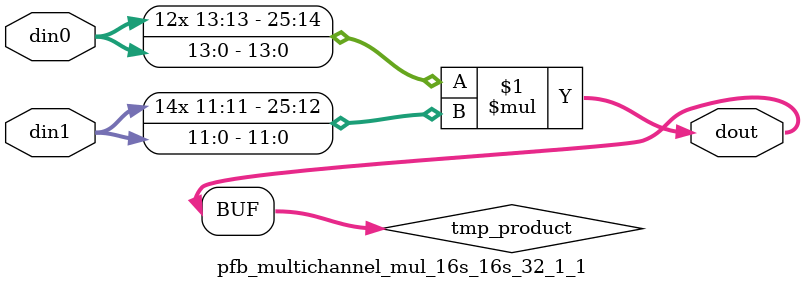
<source format=v>

`timescale 1 ns / 1 ps

  module pfb_multichannel_mul_16s_16s_32_1_1(din0, din1, dout);
parameter ID = 1;
parameter NUM_STAGE = 0;
parameter din0_WIDTH = 14;
parameter din1_WIDTH = 12;
parameter dout_WIDTH = 26;

input [din0_WIDTH - 1 : 0] din0; 
input [din1_WIDTH - 1 : 0] din1; 
output [dout_WIDTH - 1 : 0] dout;

wire signed [dout_WIDTH - 1 : 0] tmp_product;













assign tmp_product = $signed(din0) * $signed(din1);








assign dout = tmp_product;







endmodule

</source>
